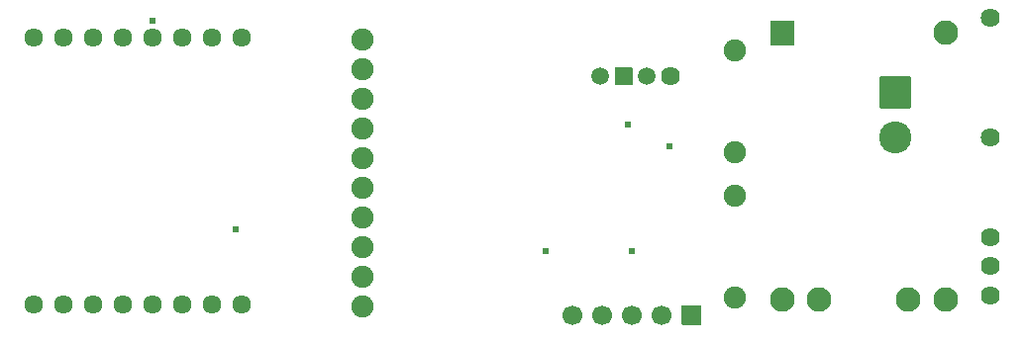
<source format=gts>
G04 Layer: TopSolderMaskLayer*
G04 EasyEDA Pro v1.7.24, 2022-06-27 14:19:48*
G04 Gerber Generator version 0.3*
G04 Scale: 100 percent, Rotated: No, Reflected: No*
G04 Dimensions in millimeters*
G04 Leading zeros omitted, absolute positions, 3 integers and 3 decimals*
%FSLAX33Y33*%
%MOMM*%
%ADD10C,1.609598*%
%ADD11C,1.901596*%
%ADD12C,1.6256*%
%ADD13C,2.101596*%
%ADD14C,2.7432*%
%ADD15C,1.624025*%
%ADD16C,1.700225*%
%ADD17C,1.500022*%
%ADD18C,0.6096*%
G75*


G04 Pad Start*
G54D10*
G01X21844Y70104D03*
G01X24384Y70104D03*
G01X26924Y70104D03*
G01X29464Y70104D03*
G01X32004Y70104D03*
G01X34544Y70104D03*
G01X37084Y70104D03*
G01X21844Y47244D03*
G01X24384Y47244D03*
G01X26924Y47244D03*
G01X29464Y47244D03*
G01X32004Y47244D03*
G01X34544Y47244D03*
G01X37084Y47244D03*
G01X19304Y70104D03*
G01X19304Y47244D03*
G54D11*
G01X79248Y68994D03*
G01X79248Y60294D03*
G01X79211Y47871D03*
G01X79211Y56571D03*
G01X47392Y47117D03*
G01X47392Y49657D03*
G01X47392Y52197D03*
G01X47392Y54737D03*
G01X47392Y57277D03*
G01X47392Y59817D03*
G01X47392Y62357D03*
G01X47392Y64897D03*
G01X47392Y67437D03*
G01X47392Y69977D03*
G54D12*
G01X101092Y61525D03*
G01X101092Y71825D03*
G36*
G01X84298Y71568D02*
G01X82298Y71568D01*
G03X82247Y71517I0J-51D01*
G01Y69517D01*
G03X82298Y69466I51J0D01*
G01X84298D01*
G03X84349Y69517I0J51D01*
G01Y71517D01*
G03X84298Y71568I-51J0D01*
G37*
G54D13*
G01X83298Y47657D03*
G01X97268Y47657D03*
G01X97268Y70517D03*
G01X94093Y47657D03*
G01X86473Y47657D03*
G36*
G01X91694Y64033D02*
G01X94234Y64033D01*
G03X94336Y64135I0J102D01*
G01Y66675D01*
G03X94234Y66777I-102J0D01*
G01X91694D01*
G03X91592Y66675I0J-102D01*
G01Y64135D01*
G03X91694Y64033I102J0D01*
G37*
G54D14*
G01X92964Y61595D03*
G54D15*
G01X101092Y53046D03*
G01X101092Y50546D03*
G01X101092Y48046D03*
G54D16*
G01X70463Y46355D03*
G01X73003Y46355D03*
G36*
G01X74693Y47155D02*
G01X74693Y45555D01*
G03X74743Y45505I50J0D01*
G01X76343D01*
G03X76393Y45555I0J50D01*
G01Y47155D01*
G03X76343Y47205I-50J0D01*
G01X74743D01*
G03X74693Y47155I0J-50D01*
G37*
G01X65383Y46355D03*
G01X67923Y46355D03*
G54D15*
G01X73739Y66802D03*
G54D17*
G01X71739Y66802D03*
G36*
G01X70489Y66102D02*
G01X70489Y67502D01*
G03X70439Y67552I-50J0D01*
G01X69039D01*
G03X68989Y67502I0J-50D01*
G01Y66102D01*
G03X69039Y66052I50J0D01*
G01X70439D01*
G03X70489Y66102I0J50D01*
G37*
G01X67739Y66802D03*
G04 Pad End*

G04 Via Start*
G54D18*
G01X29464Y71553D03*
G01X70130Y62629D03*
G01X73641Y60829D03*
G01X70417Y51824D03*
G01X63082Y51824D03*
G01X36589Y53719D03*
G04 Via End*

M02*

</source>
